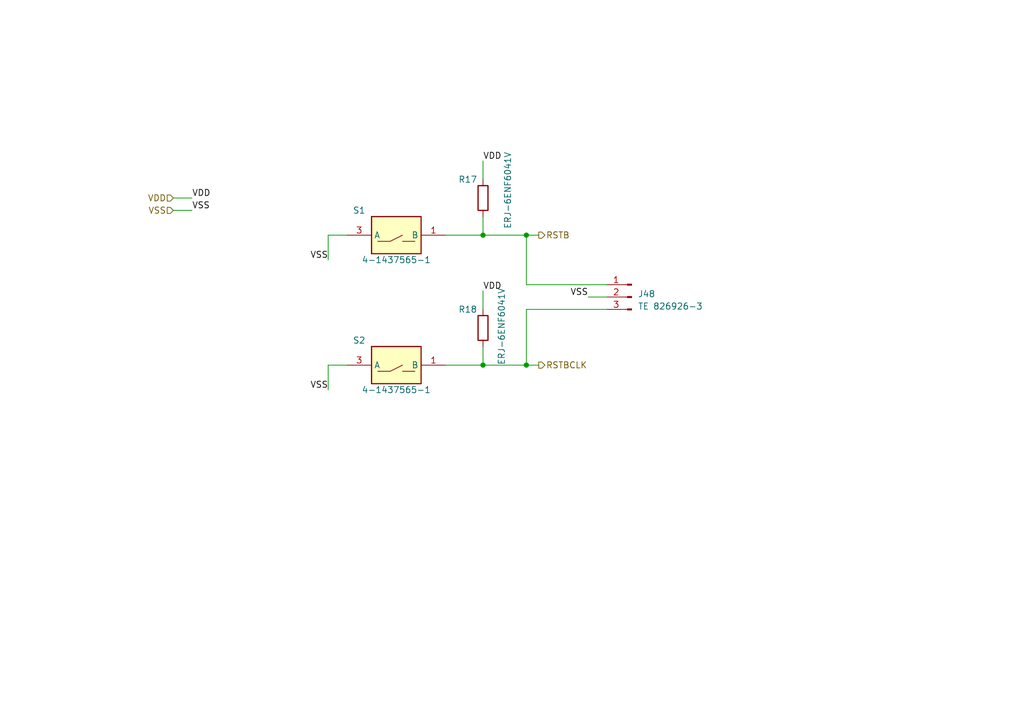
<source format=kicad_sch>
(kicad_sch (version 20230121) (generator eeschema)
  (paper "A5")
  (lib_symbols
    (symbol "cyborg65r2_connectors:TE 826926-3" (pin_names (offset 1.016) hide)
      (property "Reference" "J" (at 0 5.08 0))
      (property "Value" "TE 826926-3" (at 0 -5.08 0))
      (symbol "TE 826926-3_1_1"
        (polyline (pts (xy 1.27 -2.54) (xy 0.8636 -2.54)) (stroke (width 0.1524)))
        (polyline (pts (xy 1.27 0) (xy 0.8636 0)) (stroke (width 0.1524)))
        (polyline (pts (xy 1.27 2.54) (xy 0.8636 2.54)) (stroke (width 0.1524)))
        (rectangle (start 0.8636 -2.413) (end 0 -2.667) (stroke (width 0.1524)) (fill (type outline)))
        (rectangle (start 0.8636 0.127) (end 0 -0.127) (stroke (width 0.1524)) (fill (type outline)))
        (rectangle (start 0.8636 2.667) (end 0 2.413) (stroke (width 0.1524)) (fill (type outline)))
        (pin passive line (at 5.08 2.54 180) (length 3.81) (name "Pin_1") (number "1"))
        (pin passive line (at 5.08 0 180) (length 3.81) (name "Pin_2") (number "2"))
        (pin passive line (at 5.08 -2.54 180) (length 3.81) (name "Pin_3") (number "3"))
      )
    )
    (symbol "cyborg65r2_pcb_passives:4-1437565-1"
      (property "Reference" "S" (at 16.51 8.89 0))
      (property "Value" "4-1437565-1" (at 16.51 6.35 0))
      (symbol "4-1437565-1_0_1"
        (polyline (pts (xy 11.43 -1.27) (xy 13.97 -1.27)))
        (polyline (pts (xy 6.35 -1.27) (xy 8.89 -1.27) (xy 11.43 0)))
      )
      (symbol "4-1437565-1_1_1"
        (rectangle (start 5.08 3.81) (end 15.24 -3.81) (stroke (width 0.254)) (fill (type background)))
        (pin passive line (at 20.32 0 180) (length 5.08) (name "B") (number "1"))
        (pin passive line (at 20.32 0 180) (length 5.08) hide (name "B") (number "2"))
        (pin passive line (at 0 0 0) (length 5.08) (name "A") (number "3"))
        (pin passive line (at 0 0 0) (length 5.08) hide (name "A") (number "4"))
      )
    )
    (symbol "cyborg65r2_pcb_passives:ERJ-6ENF6041V" (pin_numbers hide) (pin_names (offset 0))
      (property "Reference" "R" (at 2.032 0 90))
      (property "Value" "ERJ-6ENF6041V" (at -2.54 0 90))
      (symbol "ERJ-6ENF6041V_0_1"
        (rectangle (start -1.016 -2.54) (end 1.016 2.54) (stroke (width 0.254)))
      )
      (symbol "ERJ-6ENF6041V_1_1"
        (pin passive line (at 0 3.81 270) (length 1.27) (name "~") (number "1"))
        (pin passive line (at 0 -3.81 90) (length 1.27) (name "~") (number "2"))
      )
    )
  )
  (junction (at 99.06 48.26))
  (junction (at 107.95 74.93))
  (junction (at 107.95 48.26))
  (junction (at 99.06 74.93))
  (wire (pts (xy 107.95 48.26) (xy 107.95 58.42)))
  (wire (pts (xy 35.56 43.18) (xy 39.37 43.18)))
  (wire (pts (xy 99.06 48.26) (xy 107.95 48.26)))
  (wire (pts (xy 124.46 63.5) (xy 107.95 63.5)))
  (wire (pts (xy 107.95 63.5) (xy 107.95 74.93)))
  (wire (pts (xy 67.31 48.26) (xy 67.31 53.34)))
  (wire (pts (xy 99.06 59.69) (xy 99.06 63.5)))
  (wire (pts (xy 67.31 74.93) (xy 67.31 80.01)))
  (wire (pts (xy 35.56 40.64) (xy 39.37 40.64)))
  (wire (pts (xy 99.06 74.93) (xy 107.95 74.93)))
  (wire (pts (xy 99.06 33.02) (xy 99.06 36.83)))
  (wire (pts (xy 99.06 71.12) (xy 99.06 74.93)))
  (wire (pts (xy 91.44 74.93) (xy 99.06 74.93)))
  (wire (pts (xy 99.06 44.45) (xy 99.06 48.26)))
  (wire (pts (xy 71.12 48.26) (xy 67.31 48.26)))
  (wire (pts (xy 91.44 48.26) (xy 99.06 48.26)))
  (wire (pts (xy 107.95 74.93) (xy 110.49 74.93)))
  (wire (pts (xy 107.95 48.26) (xy 110.49 48.26)))
  (wire (pts (xy 71.12 74.93) (xy 67.31 74.93)))
  (wire (pts (xy 120.65 60.96) (xy 124.46 60.96)))
  (wire (pts (xy 124.46 58.42) (xy 107.95 58.42)))
  (label "VDD" (at 39.37 40.64 0))
  (label "VSS" (at 39.37 43.18 0))
  (label "VDD" (at 99.06 59.69 0))
  (label "VDD" (at 99.06 33.02 0))
  (label "VSS" (at 120.65 60.96 180))
  (label "VSS" (at 67.31 80.01 180))
  (label "VSS" (at 67.31 53.34 180))
  (hierarchical_label "VDD" (shape input) (at 35.56 40.64 180))
  (hierarchical_label "VSS" (shape input) (at 35.56 43.18 180))
  (hierarchical_label "RSTB" (shape output) (at 110.49 48.26 0))
  (hierarchical_label "RSTBCLK" (shape output) (at 110.49 74.93 0))
  (symbol (lib_id "cyborg65r2_pcb_passives:ERJ-6ENF6041V") (at 99.06 40.64 0) (unit 1)
    (property "Reference" "R17" (at 93.98 36.83 0) (effects (justify left)))
    (property "Value" "ERJ-6ENF6041V" (at 104.14 46.99 90) (effects (justify left)))
    (property "Footprint" "Resistor_SMD:R_0805_2012Metric" (effects hide))
    (property "Datasheet" "https://industrial.panasonic.com/cdbs/www-data/pdf/RDA0000/AOA0000C304.pdf" (effects hide))
  )
  (symbol (lib_id "cyborg65r2_connectors:TE 826926-3") (at 129.54 60.96 0) (mirror y) (unit 1)
    (property "Reference" "J48" (at 130.81 60.325 0) (effects (justify right)))
    (property "Value" "TE 826926-3" (at 130.81 62.865 0) (effects (justify right)))
    (property "Footprint" "Connector_PinHeader_2.54mm:PinHeader_1x03_P2.54mm_Vertical" (effects hide))
    (property "Datasheet" "https://www.te.com/usa-en/product-826926-3.html" (effects hide))
  )
  (symbol (lib_id "cyborg65r2_pcb_passives:ERJ-6ENF6041V") (at 99.06 67.31 0) (unit 1)
    (property "Reference" "R18" (at 93.98 63.5 0) (effects (justify left)))
    (property "Value" "ERJ-6ENF6041V" (at 102.87 74.93 90) (effects (justify left)))
    (property "Footprint" "Resistor_SMD:R_0805_2012Metric" (effects hide))
    (property "Datasheet" "https://industrial.panasonic.com/cdbs/www-data/pdf/RDA0000/AOA0000C304.pdf" (effects hide))
  )
  (symbol (lib_id "cyborg65r2_pcb_passives:4-1437565-1") (at 71.12 74.93 0) (unit 1)
    (property "Reference" "S2" (at 73.66 69.85 0))
    (property "Value" "4-1437565-1" (at 81.28 80.01 0))
    (property "Footprint" "cyborg65r2_passives:FSM-SWITCH" (effects hide))
    (property "Manufacturer_Name" "TE Connectivity" (effects hide))
    (property "Manufacturer_Part_Number" "4-1437565-1" (effects hide))
    (property "Mouser Part Number" "N/A" (effects hide))
    (property "Mouser Price/Stock" "https://www.mouser.com/Search/Refine.aspx?Keyword=N%2FA" (effects hide))
    (property "Arrow Part Number" "4-1437565-1" (effects hide))
    (property "Arrow Price/Stock" "https://www.arrow.com/en/products/4-1437565-1/te-connectivity?region=europe" (effects hide))
  )
  (symbol (lib_id "cyborg65r2_pcb_passives:4-1437565-1") (at 71.12 48.26 0) (unit 1)
    (property "Reference" "S1" (at 73.66 43.18 0))
    (property "Value" "4-1437565-1" (at 81.28 53.34 0))
    (property "Footprint" "cyborg65r2_passives:FSM-SWITCH" (effects hide))
    (property "Manufacturer_Name" "TE Connectivity" (effects hide))
    (property "Manufacturer_Part_Number" "4-1437565-1" (effects hide))
    (property "Mouser Part Number" "N/A" (effects hide))
    (property "Mouser Price/Stock" "https://www.mouser.com/Search/Refine.aspx?Keyword=N%2FA" (effects hide))
    (property "Arrow Part Number" "4-1437565-1" (effects hide))
    (property "Arrow Price/Stock" "https://www.arrow.com/en/products/4-1437565-1/te-connectivity?region=europe" (effects hide))
  )
)
</source>
